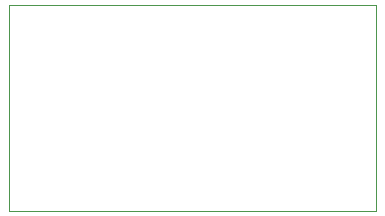
<source format=gbr>
G04 ===== Begin FILE IDENTIFICATION =====*
G04 File Format:  Gerber RS274X*
G04 ===== End FILE IDENTIFICATION =====*
%FSLAX24Y24*%
%MOMM*%
%SFA1.0000B1.0000*%
%OFA0.0B0.0*%
%ADD14C,0.000025*%
%LNbound*%
%IPPOS*%
%LPD*%
G75*
D14*
G01X73900Y-11100D02*
G01Y-170150D01*
G01X384450D01*
G01Y4250D01*
G01X73900D01*
G01Y-11100D01*
M02*


</source>
